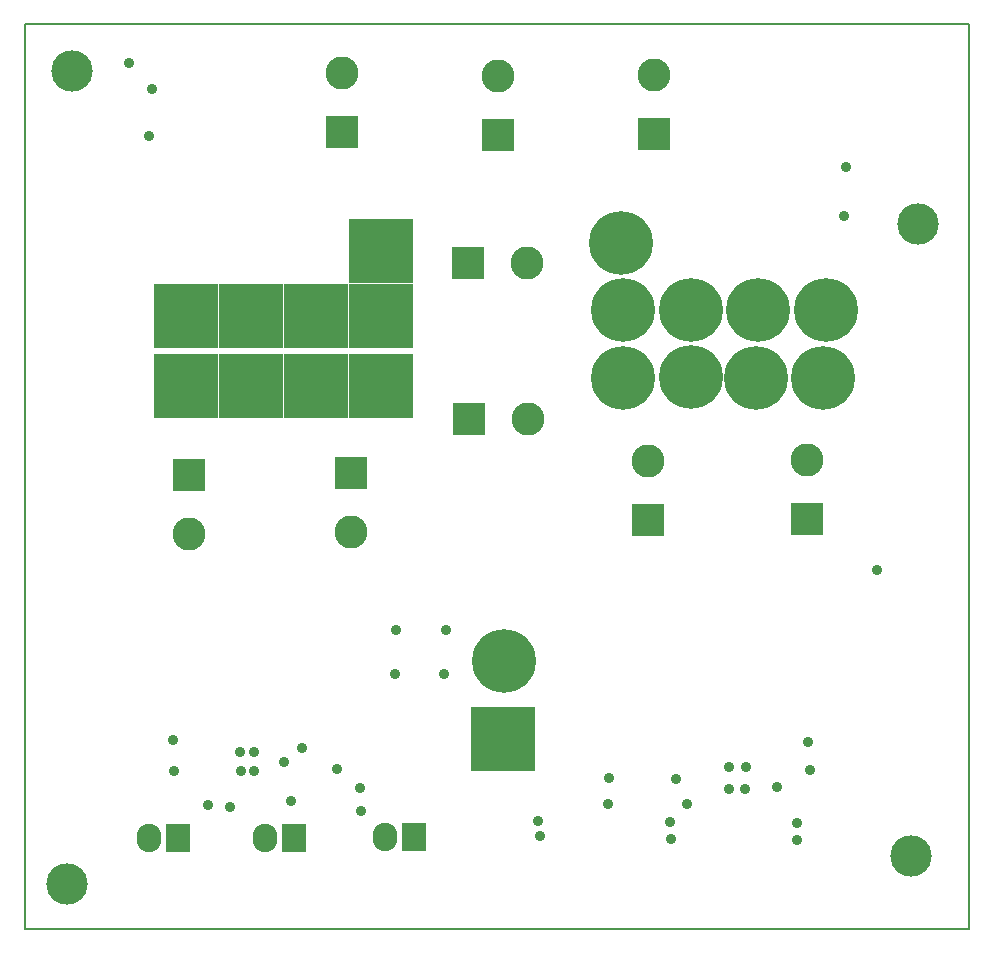
<source format=gbr>
%TF.GenerationSoftware,KiCad,Pcbnew,4.0.7*%
%TF.CreationDate,2018-04-08T16:14:44+02:00*%
%TF.ProjectId,power_board,706F7765725F626F6172642E6B696361,rev?*%
%TF.FileFunction,Soldermask,Bot*%
%FSLAX46Y46*%
G04 Gerber Fmt 4.6, Leading zero omitted, Abs format (unit mm)*
G04 Created by KiCad (PCBNEW 4.0.7) date 04/08/18 16:14:44*
%MOMM*%
%LPD*%
G01*
G04 APERTURE LIST*
%ADD10C,0.150000*%
%ADD11C,3.500000*%
%ADD12C,0.900000*%
%ADD13R,2.800000X2.800000*%
%ADD14C,2.800000*%
%ADD15C,5.400000*%
%ADD16R,2.100000X2.400000*%
%ADD17O,2.100000X2.400000*%
%ADD18R,5.400000X5.400000*%
G04 APERTURE END LIST*
D10*
X104000000Y-119820000D02*
X184000000Y-119820000D01*
X104000000Y-43120000D02*
X184000000Y-43120000D01*
X184000000Y-43120000D02*
X184000000Y-119820000D01*
X104000000Y-43120000D02*
X104000000Y-119820000D01*
D11*
X107560000Y-116000000D03*
X108020000Y-47170000D03*
X179030000Y-113590000D03*
X179660000Y-60110000D03*
D12*
X173420000Y-59410000D03*
X173540000Y-55250000D03*
X112820000Y-46500000D03*
X114550000Y-52670000D03*
X114790000Y-48700000D03*
X153430000Y-109160000D03*
X153480000Y-106960000D03*
X147600000Y-111920000D03*
X147480000Y-110680000D03*
X123460000Y-106440000D03*
X122290000Y-106380000D03*
X123430000Y-104770000D03*
X122230000Y-104840000D03*
X164990000Y-107890000D03*
X163650000Y-107930000D03*
X165100000Y-106080000D03*
X163630000Y-106060000D03*
X159130000Y-107090000D03*
X160070000Y-109200000D03*
X167670000Y-107740000D03*
X170510000Y-106300000D03*
X170350000Y-103920000D03*
X139550000Y-98160000D03*
X135330000Y-98170000D03*
X135450000Y-94470000D03*
X139720000Y-94510000D03*
X116560000Y-103760000D03*
X116640000Y-106430000D03*
X121380000Y-109420000D03*
X119510000Y-109280000D03*
X126540000Y-108930000D03*
X125990000Y-105670000D03*
X127510000Y-104420000D03*
X130430000Y-106270000D03*
X132500000Y-109810000D03*
X132390000Y-107820000D03*
X158760000Y-112160000D03*
X158630000Y-110740000D03*
X169440000Y-112260000D03*
X169430000Y-110780000D03*
X176170000Y-89350000D03*
D13*
X157330000Y-52470000D03*
D14*
X157330000Y-47470000D03*
D13*
X141510000Y-63390000D03*
D14*
X146510000Y-63390000D03*
D13*
X170210000Y-85050000D03*
D14*
X170210000Y-80050000D03*
D13*
X156750000Y-85140000D03*
D14*
X156750000Y-80140000D03*
D13*
X141660000Y-76610000D03*
D14*
X146660000Y-76610000D03*
D13*
X144110000Y-52530000D03*
D14*
X144110000Y-47530000D03*
D13*
X130900000Y-52340000D03*
D14*
X130900000Y-47340000D03*
D13*
X117960000Y-81320000D03*
D14*
X117960000Y-86320000D03*
D13*
X131630000Y-81170000D03*
D14*
X131630000Y-86170000D03*
D15*
X171830000Y-67340000D03*
X160450000Y-67360000D03*
X154630000Y-67400000D03*
X160430000Y-73080000D03*
X165960000Y-73140000D03*
X171600000Y-73110000D03*
X166090000Y-67390000D03*
X154630000Y-73100000D03*
D16*
X126830000Y-112100000D03*
D17*
X124330000Y-112100000D03*
D16*
X117030000Y-112060000D03*
D17*
X114530000Y-112060000D03*
D16*
X136990000Y-111960000D03*
D17*
X134490000Y-111960000D03*
D18*
X123150000Y-67882000D03*
X128668172Y-73835894D03*
X128656761Y-67877405D03*
X117636267Y-67865561D03*
X123175525Y-73834743D03*
X134156761Y-67887405D03*
X134168172Y-73845894D03*
X117675525Y-73844743D03*
X144480000Y-103670000D03*
D15*
X144600000Y-97070000D03*
D18*
X134160000Y-62420000D03*
D15*
X154510000Y-61740000D03*
M02*

</source>
